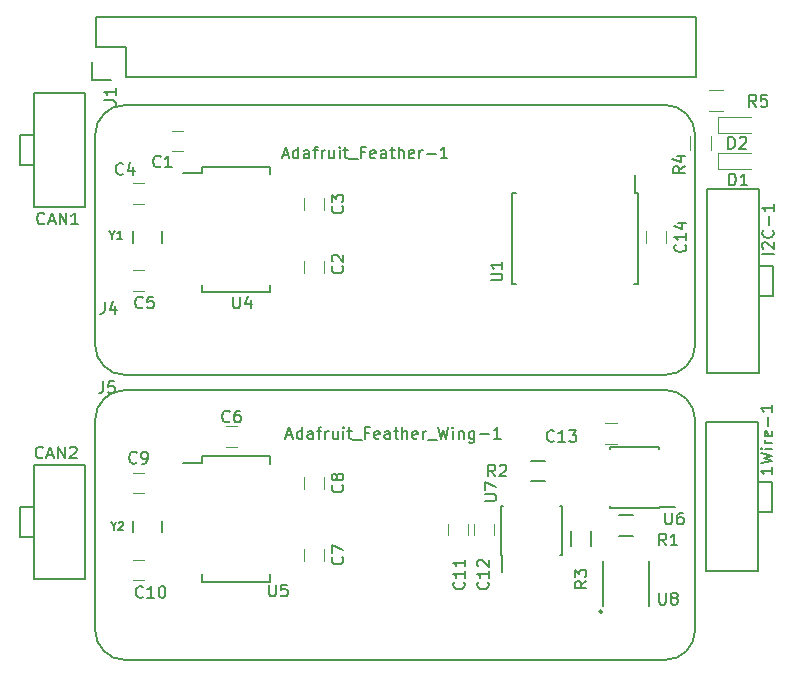
<source format=gto>
G04 #@! TF.GenerationSoftware,KiCad,Pcbnew,no-vcs-found-01f5a12~58~ubuntu16.04.1*
G04 #@! TF.CreationDate,2017-04-25T17:44:52-04:00*
G04 #@! TF.ProjectId,RPi_Hat,5250695F4861742E6B696361645F7063,rev?*
G04 #@! TF.FileFunction,Legend,Top*
G04 #@! TF.FilePolarity,Positive*
%FSLAX46Y46*%
G04 Gerber Fmt 4.6, Leading zero omitted, Abs format (unit mm)*
G04 Created by KiCad (PCBNEW no-vcs-found-01f5a12~58~ubuntu16.04.1) date Tue Apr 25 17:44:52 2017*
%MOMM*%
%LPD*%
G01*
G04 APERTURE LIST*
%ADD10C,0.100000*%
%ADD11C,0.150000*%
%ADD12C,0.120000*%
%ADD13C,0.200000*%
G04 APERTURE END LIST*
D10*
D11*
X150851291Y-100468105D02*
X150851291Y-100468105D01*
X152045091Y-100468105D02*
X150851291Y-100468105D01*
X152045091Y-103008105D02*
X152045091Y-100468105D01*
X150851291Y-103008105D02*
X152045091Y-103008105D01*
X146482492Y-108062705D02*
X146482492Y-108062705D01*
X150851291Y-108062705D02*
X146482492Y-108062705D01*
X150851291Y-95413505D02*
X150851291Y-108062705D01*
X146482492Y-95413505D02*
X150851291Y-95413505D01*
X146482492Y-108062705D02*
X146482492Y-95413505D01*
X150927490Y-82205504D02*
X150927490Y-82205504D01*
X152121290Y-82205504D02*
X150927490Y-82205504D01*
X152121290Y-84745504D02*
X152121290Y-82205504D01*
X150927490Y-84745504D02*
X152121290Y-84745504D01*
X150927490Y-83475504D02*
X150927490Y-84745504D01*
X146558691Y-91298704D02*
X146558691Y-91298704D01*
X150927490Y-91298704D02*
X146558691Y-91298704D01*
X150927490Y-75652304D02*
X150927490Y-91298704D01*
X146558691Y-75652304D02*
X150927490Y-75652304D01*
X146558691Y-91298704D02*
X146558691Y-75652304D01*
X89560400Y-105156000D02*
X89560400Y-105156000D01*
X88366600Y-105156000D02*
X89560400Y-105156000D01*
X88366600Y-103886000D02*
X88366600Y-105156000D01*
X88366600Y-102616000D02*
X88366600Y-103886000D01*
X89560400Y-102616000D02*
X88366600Y-102616000D01*
X93929199Y-99060000D02*
X93929199Y-99060000D01*
X89560400Y-99060000D02*
X93929199Y-99060000D01*
X89560400Y-108712000D02*
X89560400Y-99060000D01*
X93929199Y-108712000D02*
X89560400Y-108712000D01*
X93929199Y-108712000D02*
X93929199Y-108712000D01*
X93929199Y-108712000D02*
X93929199Y-108712000D01*
X93929199Y-99060000D02*
X93929199Y-108712000D01*
X89560400Y-73660000D02*
X89560400Y-73660000D01*
X88366600Y-73660000D02*
X89560400Y-73660000D01*
X88366600Y-72390000D02*
X88366600Y-73660000D01*
X88366600Y-71120000D02*
X88366600Y-72390000D01*
X89560400Y-71120000D02*
X88366600Y-71120000D01*
X93929199Y-67564000D02*
X93929199Y-67564000D01*
X89560400Y-67564000D02*
X93929199Y-67564000D01*
X89560400Y-77216000D02*
X89560400Y-67564000D01*
X93929199Y-77216000D02*
X89560400Y-77216000D01*
X93929199Y-77216000D02*
X93929199Y-77216000D01*
X93929199Y-77216000D02*
X93929199Y-77216000D01*
X93929199Y-67564000D02*
X93929199Y-77216000D01*
X103805000Y-98307000D02*
X103805000Y-98882000D01*
X109555000Y-98307000D02*
X109555000Y-98957000D01*
X109555000Y-108957000D02*
X109555000Y-108307000D01*
X103805000Y-108957000D02*
X103805000Y-108307000D01*
X103805000Y-98307000D02*
X109555000Y-98307000D01*
X103805000Y-108957000D02*
X109555000Y-108957000D01*
X103805000Y-98882000D02*
X102205000Y-98882000D01*
X142451000Y-102657000D02*
X143851000Y-102657000D01*
X142451000Y-97557000D02*
X138301000Y-97557000D01*
X142451000Y-102707000D02*
X138301000Y-102707000D01*
X142451000Y-97557000D02*
X142451000Y-97702000D01*
X138301000Y-97557000D02*
X138301000Y-97702000D01*
X138301000Y-102707000D02*
X138301000Y-102562000D01*
X142451000Y-102707000D02*
X142451000Y-102657000D01*
D12*
X137930000Y-97243000D02*
X138930000Y-97243000D01*
X138930000Y-95543000D02*
X137930000Y-95543000D01*
D11*
X94500800Y-66459200D02*
X96050800Y-66459200D01*
X97320800Y-63639200D02*
X97320800Y-66179200D01*
X94780800Y-63639200D02*
X97320800Y-63639200D01*
X94500800Y-64909200D02*
X94500800Y-66459200D01*
X94780800Y-61099200D02*
X94780800Y-63639200D01*
X145580800Y-61099200D02*
X145580800Y-66179200D01*
X97320800Y-66179200D02*
X145580800Y-66179200D01*
X145580800Y-61099200D02*
X94780800Y-61099200D01*
X145542000Y-71120000D02*
G75*
G03X143002000Y-68580000I-2540000J0D01*
G01*
X143002000Y-91440000D02*
G75*
G03X145542000Y-88900000I0J2540000D01*
G01*
X97282000Y-68580000D02*
G75*
G03X94742000Y-71120000I0J-2540000D01*
G01*
X94742000Y-88900000D02*
G75*
G03X97282000Y-91440000I2540000J0D01*
G01*
X97282000Y-68580000D02*
X143002000Y-68580000D01*
X145542000Y-71120000D02*
X145542000Y-88900000D01*
X143002000Y-91440000D02*
X97282000Y-91440000D01*
X94742000Y-88900000D02*
X94742000Y-71120000D01*
X94742000Y-113030000D02*
X94742000Y-95250000D01*
X143002000Y-115570000D02*
X97282000Y-115570000D01*
X145542000Y-95250000D02*
X145542000Y-113030000D01*
X97282000Y-92710000D02*
X143002000Y-92710000D01*
X94742000Y-113030000D02*
G75*
G03X97282000Y-115570000I2540000J0D01*
G01*
X97282000Y-92710000D02*
G75*
G03X94742000Y-95250000I0J-2540000D01*
G01*
X143002000Y-115570000D02*
G75*
G03X145542000Y-113030000I0J2540000D01*
G01*
X145542000Y-95250000D02*
G75*
G03X143002000Y-92710000I-2540000J0D01*
G01*
X103805000Y-74371000D02*
X102205000Y-74371000D01*
X103805000Y-84446000D02*
X109555000Y-84446000D01*
X103805000Y-73796000D02*
X109555000Y-73796000D01*
X103805000Y-84446000D02*
X103805000Y-83796000D01*
X109555000Y-84446000D02*
X109555000Y-83796000D01*
X109555000Y-73796000D02*
X109555000Y-74446000D01*
X103805000Y-73796000D02*
X103805000Y-74371000D01*
D12*
X102227000Y-70778000D02*
X101227000Y-70778000D01*
X101227000Y-72478000D02*
X102227000Y-72478000D01*
X112434000Y-81796000D02*
X112434000Y-82796000D01*
X114134000Y-82796000D02*
X114134000Y-81796000D01*
X112434000Y-76462000D02*
X112434000Y-77462000D01*
X114134000Y-77462000D02*
X114134000Y-76462000D01*
X98925000Y-75223000D02*
X97925000Y-75223000D01*
X97925000Y-76923000D02*
X98925000Y-76923000D01*
X97925000Y-84289000D02*
X98925000Y-84289000D01*
X98925000Y-82589000D02*
X97925000Y-82589000D01*
X105799000Y-97497000D02*
X106799000Y-97497000D01*
X106799000Y-95797000D02*
X105799000Y-95797000D01*
X114134000Y-107180000D02*
X114134000Y-106180000D01*
X112434000Y-106180000D02*
X112434000Y-107180000D01*
X114134000Y-101084000D02*
X114134000Y-100084000D01*
X112434000Y-100084000D02*
X112434000Y-101084000D01*
X98925000Y-99734000D02*
X97925000Y-99734000D01*
X97925000Y-101434000D02*
X98925000Y-101434000D01*
X97925000Y-108800000D02*
X98925000Y-108800000D01*
X98925000Y-107100000D02*
X97925000Y-107100000D01*
X126326000Y-105021000D02*
X126326000Y-104021000D01*
X124626000Y-104021000D02*
X124626000Y-105021000D01*
X126785000Y-104021000D02*
X126785000Y-105021000D01*
X128485000Y-105021000D02*
X128485000Y-104021000D01*
D11*
X140300000Y-105078500D02*
X139100000Y-105078500D01*
X139100000Y-103328500D02*
X140300000Y-103328500D01*
X129124000Y-106723000D02*
X129174000Y-106723000D01*
X129124000Y-102573000D02*
X129269000Y-102573000D01*
X134274000Y-102573000D02*
X134129000Y-102573000D01*
X134274000Y-106723000D02*
X134129000Y-106723000D01*
X129124000Y-106723000D02*
X129124000Y-102573000D01*
X134274000Y-106723000D02*
X134274000Y-102573000D01*
X129174000Y-106723000D02*
X129174000Y-108123000D01*
D13*
X100387000Y-79256000D02*
X100387000Y-80256000D01*
X97987000Y-80256000D02*
X97987000Y-79256000D01*
X97987000Y-104767000D02*
X97987000Y-103767000D01*
X100387000Y-103767000D02*
X100387000Y-104767000D01*
D12*
X143090000Y-80256000D02*
X143090000Y-79256000D01*
X141390000Y-79256000D02*
X141390000Y-80256000D01*
D11*
X132807000Y-100443000D02*
X131607000Y-100443000D01*
X131607000Y-98693000D02*
X132807000Y-98693000D01*
X135015000Y-105883000D02*
X135015000Y-104683000D01*
X136765000Y-104683000D02*
X136765000Y-105883000D01*
X137550000Y-111543000D02*
X137550000Y-111443000D01*
X137620711Y-111493000D02*
G75*
G03X137620711Y-111493000I-70711J0D01*
G01*
D13*
X137700000Y-111493000D02*
G75*
G03X137700000Y-111493000I-141421J0D01*
G01*
D11*
X141670000Y-110973000D02*
X141670000Y-107213000D01*
X137730000Y-110973000D02*
X137730000Y-107213000D01*
X140432000Y-76008000D02*
X140432000Y-74483000D01*
X130057000Y-76008000D02*
X130057000Y-83758000D01*
X140707000Y-76008000D02*
X140707000Y-83758000D01*
X130057000Y-76008000D02*
X130412000Y-76008000D01*
X130057000Y-83758000D02*
X130412000Y-83758000D01*
X140707000Y-83758000D02*
X140352000Y-83758000D01*
X140707000Y-76008000D02*
X140432000Y-76008000D01*
D12*
X147488500Y-72642500D02*
X150288500Y-72642500D01*
X147488500Y-74042500D02*
X150288500Y-74042500D01*
X147488500Y-72642500D02*
X147488500Y-74042500D01*
X147488500Y-69594500D02*
X147488500Y-70994500D01*
X147488500Y-70994500D02*
X150288500Y-70994500D01*
X147488500Y-69594500D02*
X150288500Y-69594500D01*
X145106500Y-72418500D02*
X145106500Y-71218500D01*
X146866500Y-71218500D02*
X146866500Y-72418500D01*
X146741600Y-67319000D02*
X147941600Y-67319000D01*
X147941600Y-69079000D02*
X146741600Y-69079000D01*
D11*
X152090380Y-99258142D02*
X152090380Y-99829571D01*
X152090380Y-99543857D02*
X151090380Y-99543857D01*
X151233238Y-99639095D01*
X151328476Y-99734333D01*
X151376095Y-99829571D01*
X151090380Y-98924809D02*
X152090380Y-98686714D01*
X151376095Y-98496238D01*
X152090380Y-98305761D01*
X151090380Y-98067666D01*
X152090380Y-97686714D02*
X151423714Y-97686714D01*
X151090380Y-97686714D02*
X151138000Y-97734333D01*
X151185619Y-97686714D01*
X151138000Y-97639095D01*
X151090380Y-97686714D01*
X151185619Y-97686714D01*
X152090380Y-97210523D02*
X151423714Y-97210523D01*
X151614190Y-97210523D02*
X151518952Y-97162904D01*
X151471333Y-97115285D01*
X151423714Y-97020047D01*
X151423714Y-96924809D01*
X152042761Y-96210523D02*
X152090380Y-96305761D01*
X152090380Y-96496238D01*
X152042761Y-96591476D01*
X151947523Y-96639095D01*
X151566571Y-96639095D01*
X151471333Y-96591476D01*
X151423714Y-96496238D01*
X151423714Y-96305761D01*
X151471333Y-96210523D01*
X151566571Y-96162904D01*
X151661809Y-96162904D01*
X151757047Y-96639095D01*
X151709428Y-95734333D02*
X151709428Y-94972428D01*
X152090380Y-93972428D02*
X152090380Y-94543857D01*
X152090380Y-94258142D02*
X151090380Y-94258142D01*
X151233238Y-94353380D01*
X151328476Y-94448619D01*
X151376095Y-94543857D01*
X152217380Y-81192428D02*
X151217380Y-81192428D01*
X151312619Y-80763857D02*
X151265000Y-80716238D01*
X151217380Y-80621000D01*
X151217380Y-80382904D01*
X151265000Y-80287666D01*
X151312619Y-80240047D01*
X151407857Y-80192428D01*
X151503095Y-80192428D01*
X151645952Y-80240047D01*
X152217380Y-80811476D01*
X152217380Y-80192428D01*
X152122142Y-79192428D02*
X152169761Y-79240047D01*
X152217380Y-79382904D01*
X152217380Y-79478142D01*
X152169761Y-79621000D01*
X152074523Y-79716238D01*
X151979285Y-79763857D01*
X151788809Y-79811476D01*
X151645952Y-79811476D01*
X151455476Y-79763857D01*
X151360238Y-79716238D01*
X151265000Y-79621000D01*
X151217380Y-79478142D01*
X151217380Y-79382904D01*
X151265000Y-79240047D01*
X151312619Y-79192428D01*
X151836428Y-78763857D02*
X151836428Y-78001952D01*
X152217380Y-77001952D02*
X152217380Y-77573380D01*
X152217380Y-77287666D02*
X151217380Y-77287666D01*
X151360238Y-77382904D01*
X151455476Y-77478142D01*
X151503095Y-77573380D01*
X90320952Y-98401142D02*
X90273333Y-98448761D01*
X90130476Y-98496380D01*
X90035238Y-98496380D01*
X89892380Y-98448761D01*
X89797142Y-98353523D01*
X89749523Y-98258285D01*
X89701904Y-98067809D01*
X89701904Y-97924952D01*
X89749523Y-97734476D01*
X89797142Y-97639238D01*
X89892380Y-97544000D01*
X90035238Y-97496380D01*
X90130476Y-97496380D01*
X90273333Y-97544000D01*
X90320952Y-97591619D01*
X90701904Y-98210666D02*
X91178095Y-98210666D01*
X90606666Y-98496380D02*
X90940000Y-97496380D01*
X91273333Y-98496380D01*
X91606666Y-98496380D02*
X91606666Y-97496380D01*
X92178095Y-98496380D01*
X92178095Y-97496380D01*
X92606666Y-97591619D02*
X92654285Y-97544000D01*
X92749523Y-97496380D01*
X92987619Y-97496380D01*
X93082857Y-97544000D01*
X93130476Y-97591619D01*
X93178095Y-97686857D01*
X93178095Y-97782095D01*
X93130476Y-97924952D01*
X92559047Y-98496380D01*
X93178095Y-98496380D01*
X90447952Y-78589142D02*
X90400333Y-78636761D01*
X90257476Y-78684380D01*
X90162238Y-78684380D01*
X90019380Y-78636761D01*
X89924142Y-78541523D01*
X89876523Y-78446285D01*
X89828904Y-78255809D01*
X89828904Y-78112952D01*
X89876523Y-77922476D01*
X89924142Y-77827238D01*
X90019380Y-77732000D01*
X90162238Y-77684380D01*
X90257476Y-77684380D01*
X90400333Y-77732000D01*
X90447952Y-77779619D01*
X90828904Y-78398666D02*
X91305095Y-78398666D01*
X90733666Y-78684380D02*
X91067000Y-77684380D01*
X91400333Y-78684380D01*
X91733666Y-78684380D02*
X91733666Y-77684380D01*
X92305095Y-78684380D01*
X92305095Y-77684380D01*
X93305095Y-78684380D02*
X92733666Y-78684380D01*
X93019380Y-78684380D02*
X93019380Y-77684380D01*
X92924142Y-77827238D01*
X92828904Y-77922476D01*
X92733666Y-77970095D01*
X109474095Y-109180380D02*
X109474095Y-109989904D01*
X109521714Y-110085142D01*
X109569333Y-110132761D01*
X109664571Y-110180380D01*
X109855047Y-110180380D01*
X109950285Y-110132761D01*
X109997904Y-110085142D01*
X110045523Y-109989904D01*
X110045523Y-109180380D01*
X110997904Y-109180380D02*
X110521714Y-109180380D01*
X110474095Y-109656571D01*
X110521714Y-109608952D01*
X110616952Y-109561333D01*
X110855047Y-109561333D01*
X110950285Y-109608952D01*
X110997904Y-109656571D01*
X111045523Y-109751809D01*
X111045523Y-109989904D01*
X110997904Y-110085142D01*
X110950285Y-110132761D01*
X110855047Y-110180380D01*
X110616952Y-110180380D01*
X110521714Y-110132761D01*
X110474095Y-110085142D01*
X143002095Y-103084380D02*
X143002095Y-103893904D01*
X143049714Y-103989142D01*
X143097333Y-104036761D01*
X143192571Y-104084380D01*
X143383047Y-104084380D01*
X143478285Y-104036761D01*
X143525904Y-103989142D01*
X143573523Y-103893904D01*
X143573523Y-103084380D01*
X144478285Y-103084380D02*
X144287809Y-103084380D01*
X144192571Y-103132000D01*
X144144952Y-103179619D01*
X144049714Y-103322476D01*
X144002095Y-103512952D01*
X144002095Y-103893904D01*
X144049714Y-103989142D01*
X144097333Y-104036761D01*
X144192571Y-104084380D01*
X144383047Y-104084380D01*
X144478285Y-104036761D01*
X144525904Y-103989142D01*
X144573523Y-103893904D01*
X144573523Y-103655809D01*
X144525904Y-103560571D01*
X144478285Y-103512952D01*
X144383047Y-103465333D01*
X144192571Y-103465333D01*
X144097333Y-103512952D01*
X144049714Y-103560571D01*
X144002095Y-103655809D01*
X133596142Y-97004142D02*
X133548523Y-97051761D01*
X133405666Y-97099380D01*
X133310428Y-97099380D01*
X133167571Y-97051761D01*
X133072333Y-96956523D01*
X133024714Y-96861285D01*
X132977095Y-96670809D01*
X132977095Y-96527952D01*
X133024714Y-96337476D01*
X133072333Y-96242238D01*
X133167571Y-96147000D01*
X133310428Y-96099380D01*
X133405666Y-96099380D01*
X133548523Y-96147000D01*
X133596142Y-96194619D01*
X134548523Y-97099380D02*
X133977095Y-97099380D01*
X134262809Y-97099380D02*
X134262809Y-96099380D01*
X134167571Y-96242238D01*
X134072333Y-96337476D01*
X133977095Y-96385095D01*
X134881857Y-96099380D02*
X135500904Y-96099380D01*
X135167571Y-96480333D01*
X135310428Y-96480333D01*
X135405666Y-96527952D01*
X135453285Y-96575571D01*
X135500904Y-96670809D01*
X135500904Y-96908904D01*
X135453285Y-97004142D01*
X135405666Y-97051761D01*
X135310428Y-97099380D01*
X135024714Y-97099380D01*
X134929476Y-97051761D01*
X134881857Y-97004142D01*
X95503180Y-68163533D02*
X96217466Y-68163533D01*
X96360323Y-68211152D01*
X96455561Y-68306390D01*
X96503180Y-68449247D01*
X96503180Y-68544485D01*
X96503180Y-67163533D02*
X96503180Y-67734961D01*
X96503180Y-67449247D02*
X95503180Y-67449247D01*
X95646038Y-67544485D01*
X95741276Y-67639723D01*
X95788895Y-67734961D01*
X110625809Y-72810666D02*
X111102000Y-72810666D01*
X110530571Y-73096380D02*
X110863904Y-72096380D01*
X111197238Y-73096380D01*
X111959142Y-73096380D02*
X111959142Y-72096380D01*
X111959142Y-73048761D02*
X111863904Y-73096380D01*
X111673428Y-73096380D01*
X111578190Y-73048761D01*
X111530571Y-73001142D01*
X111482952Y-72905904D01*
X111482952Y-72620190D01*
X111530571Y-72524952D01*
X111578190Y-72477333D01*
X111673428Y-72429714D01*
X111863904Y-72429714D01*
X111959142Y-72477333D01*
X112863904Y-73096380D02*
X112863904Y-72572571D01*
X112816285Y-72477333D01*
X112721047Y-72429714D01*
X112530571Y-72429714D01*
X112435333Y-72477333D01*
X112863904Y-73048761D02*
X112768666Y-73096380D01*
X112530571Y-73096380D01*
X112435333Y-73048761D01*
X112387714Y-72953523D01*
X112387714Y-72858285D01*
X112435333Y-72763047D01*
X112530571Y-72715428D01*
X112768666Y-72715428D01*
X112863904Y-72667809D01*
X113197238Y-72429714D02*
X113578190Y-72429714D01*
X113340095Y-73096380D02*
X113340095Y-72239238D01*
X113387714Y-72144000D01*
X113482952Y-72096380D01*
X113578190Y-72096380D01*
X113911523Y-73096380D02*
X113911523Y-72429714D01*
X113911523Y-72620190D02*
X113959142Y-72524952D01*
X114006761Y-72477333D01*
X114102000Y-72429714D01*
X114197238Y-72429714D01*
X114959142Y-72429714D02*
X114959142Y-73096380D01*
X114530571Y-72429714D02*
X114530571Y-72953523D01*
X114578190Y-73048761D01*
X114673428Y-73096380D01*
X114816285Y-73096380D01*
X114911523Y-73048761D01*
X114959142Y-73001142D01*
X115435333Y-73096380D02*
X115435333Y-72429714D01*
X115435333Y-72096380D02*
X115387714Y-72144000D01*
X115435333Y-72191619D01*
X115482952Y-72144000D01*
X115435333Y-72096380D01*
X115435333Y-72191619D01*
X115768666Y-72429714D02*
X116149619Y-72429714D01*
X115911523Y-72096380D02*
X115911523Y-72953523D01*
X115959142Y-73048761D01*
X116054380Y-73096380D01*
X116149619Y-73096380D01*
X116244857Y-73191619D02*
X117006761Y-73191619D01*
X117578190Y-72572571D02*
X117244857Y-72572571D01*
X117244857Y-73096380D02*
X117244857Y-72096380D01*
X117721047Y-72096380D01*
X118482952Y-73048761D02*
X118387714Y-73096380D01*
X118197238Y-73096380D01*
X118102000Y-73048761D01*
X118054380Y-72953523D01*
X118054380Y-72572571D01*
X118102000Y-72477333D01*
X118197238Y-72429714D01*
X118387714Y-72429714D01*
X118482952Y-72477333D01*
X118530571Y-72572571D01*
X118530571Y-72667809D01*
X118054380Y-72763047D01*
X119387714Y-73096380D02*
X119387714Y-72572571D01*
X119340095Y-72477333D01*
X119244857Y-72429714D01*
X119054380Y-72429714D01*
X118959142Y-72477333D01*
X119387714Y-73048761D02*
X119292476Y-73096380D01*
X119054380Y-73096380D01*
X118959142Y-73048761D01*
X118911523Y-72953523D01*
X118911523Y-72858285D01*
X118959142Y-72763047D01*
X119054380Y-72715428D01*
X119292476Y-72715428D01*
X119387714Y-72667809D01*
X119721047Y-72429714D02*
X120102000Y-72429714D01*
X119863904Y-72096380D02*
X119863904Y-72953523D01*
X119911523Y-73048761D01*
X120006761Y-73096380D01*
X120102000Y-73096380D01*
X120435333Y-73096380D02*
X120435333Y-72096380D01*
X120863904Y-73096380D02*
X120863904Y-72572571D01*
X120816285Y-72477333D01*
X120721047Y-72429714D01*
X120578190Y-72429714D01*
X120482952Y-72477333D01*
X120435333Y-72524952D01*
X121721047Y-73048761D02*
X121625809Y-73096380D01*
X121435333Y-73096380D01*
X121340095Y-73048761D01*
X121292476Y-72953523D01*
X121292476Y-72572571D01*
X121340095Y-72477333D01*
X121435333Y-72429714D01*
X121625809Y-72429714D01*
X121721047Y-72477333D01*
X121768666Y-72572571D01*
X121768666Y-72667809D01*
X121292476Y-72763047D01*
X122197238Y-73096380D02*
X122197238Y-72429714D01*
X122197238Y-72620190D02*
X122244857Y-72524952D01*
X122292476Y-72477333D01*
X122387714Y-72429714D01*
X122482952Y-72429714D01*
X122816285Y-72715428D02*
X123578190Y-72715428D01*
X124578190Y-73096380D02*
X124006761Y-73096380D01*
X124292476Y-73096380D02*
X124292476Y-72096380D01*
X124197238Y-72239238D01*
X124102000Y-72334476D01*
X124006761Y-72382095D01*
X110943571Y-96559666D02*
X111419761Y-96559666D01*
X110848333Y-96845380D02*
X111181666Y-95845380D01*
X111515000Y-96845380D01*
X112276904Y-96845380D02*
X112276904Y-95845380D01*
X112276904Y-96797761D02*
X112181666Y-96845380D01*
X111991190Y-96845380D01*
X111895952Y-96797761D01*
X111848333Y-96750142D01*
X111800714Y-96654904D01*
X111800714Y-96369190D01*
X111848333Y-96273952D01*
X111895952Y-96226333D01*
X111991190Y-96178714D01*
X112181666Y-96178714D01*
X112276904Y-96226333D01*
X113181666Y-96845380D02*
X113181666Y-96321571D01*
X113134047Y-96226333D01*
X113038809Y-96178714D01*
X112848333Y-96178714D01*
X112753095Y-96226333D01*
X113181666Y-96797761D02*
X113086428Y-96845380D01*
X112848333Y-96845380D01*
X112753095Y-96797761D01*
X112705476Y-96702523D01*
X112705476Y-96607285D01*
X112753095Y-96512047D01*
X112848333Y-96464428D01*
X113086428Y-96464428D01*
X113181666Y-96416809D01*
X113515000Y-96178714D02*
X113895952Y-96178714D01*
X113657857Y-96845380D02*
X113657857Y-95988238D01*
X113705476Y-95893000D01*
X113800714Y-95845380D01*
X113895952Y-95845380D01*
X114229285Y-96845380D02*
X114229285Y-96178714D01*
X114229285Y-96369190D02*
X114276904Y-96273952D01*
X114324523Y-96226333D01*
X114419761Y-96178714D01*
X114515000Y-96178714D01*
X115276904Y-96178714D02*
X115276904Y-96845380D01*
X114848333Y-96178714D02*
X114848333Y-96702523D01*
X114895952Y-96797761D01*
X114991190Y-96845380D01*
X115134047Y-96845380D01*
X115229285Y-96797761D01*
X115276904Y-96750142D01*
X115753095Y-96845380D02*
X115753095Y-96178714D01*
X115753095Y-95845380D02*
X115705476Y-95893000D01*
X115753095Y-95940619D01*
X115800714Y-95893000D01*
X115753095Y-95845380D01*
X115753095Y-95940619D01*
X116086428Y-96178714D02*
X116467380Y-96178714D01*
X116229285Y-95845380D02*
X116229285Y-96702523D01*
X116276904Y-96797761D01*
X116372142Y-96845380D01*
X116467380Y-96845380D01*
X116562619Y-96940619D02*
X117324523Y-96940619D01*
X117895952Y-96321571D02*
X117562619Y-96321571D01*
X117562619Y-96845380D02*
X117562619Y-95845380D01*
X118038809Y-95845380D01*
X118800714Y-96797761D02*
X118705476Y-96845380D01*
X118515000Y-96845380D01*
X118419761Y-96797761D01*
X118372142Y-96702523D01*
X118372142Y-96321571D01*
X118419761Y-96226333D01*
X118515000Y-96178714D01*
X118705476Y-96178714D01*
X118800714Y-96226333D01*
X118848333Y-96321571D01*
X118848333Y-96416809D01*
X118372142Y-96512047D01*
X119705476Y-96845380D02*
X119705476Y-96321571D01*
X119657857Y-96226333D01*
X119562619Y-96178714D01*
X119372142Y-96178714D01*
X119276904Y-96226333D01*
X119705476Y-96797761D02*
X119610238Y-96845380D01*
X119372142Y-96845380D01*
X119276904Y-96797761D01*
X119229285Y-96702523D01*
X119229285Y-96607285D01*
X119276904Y-96512047D01*
X119372142Y-96464428D01*
X119610238Y-96464428D01*
X119705476Y-96416809D01*
X120038809Y-96178714D02*
X120419761Y-96178714D01*
X120181666Y-95845380D02*
X120181666Y-96702523D01*
X120229285Y-96797761D01*
X120324523Y-96845380D01*
X120419761Y-96845380D01*
X120753095Y-96845380D02*
X120753095Y-95845380D01*
X121181666Y-96845380D02*
X121181666Y-96321571D01*
X121134047Y-96226333D01*
X121038809Y-96178714D01*
X120895952Y-96178714D01*
X120800714Y-96226333D01*
X120753095Y-96273952D01*
X122038809Y-96797761D02*
X121943571Y-96845380D01*
X121753095Y-96845380D01*
X121657857Y-96797761D01*
X121610238Y-96702523D01*
X121610238Y-96321571D01*
X121657857Y-96226333D01*
X121753095Y-96178714D01*
X121943571Y-96178714D01*
X122038809Y-96226333D01*
X122086428Y-96321571D01*
X122086428Y-96416809D01*
X121610238Y-96512047D01*
X122515000Y-96845380D02*
X122515000Y-96178714D01*
X122515000Y-96369190D02*
X122562619Y-96273952D01*
X122610238Y-96226333D01*
X122705476Y-96178714D01*
X122800714Y-96178714D01*
X122895952Y-96940619D02*
X123657857Y-96940619D01*
X123800714Y-95845380D02*
X124038809Y-96845380D01*
X124229285Y-96131095D01*
X124419761Y-96845380D01*
X124657857Y-95845380D01*
X125038809Y-96845380D02*
X125038809Y-96178714D01*
X125038809Y-95845380D02*
X124991190Y-95893000D01*
X125038809Y-95940619D01*
X125086428Y-95893000D01*
X125038809Y-95845380D01*
X125038809Y-95940619D01*
X125515000Y-96178714D02*
X125515000Y-96845380D01*
X125515000Y-96273952D02*
X125562619Y-96226333D01*
X125657857Y-96178714D01*
X125800714Y-96178714D01*
X125895952Y-96226333D01*
X125943571Y-96321571D01*
X125943571Y-96845380D01*
X126848333Y-96178714D02*
X126848333Y-96988238D01*
X126800714Y-97083476D01*
X126753095Y-97131095D01*
X126657857Y-97178714D01*
X126515000Y-97178714D01*
X126419761Y-97131095D01*
X126848333Y-96797761D02*
X126753095Y-96845380D01*
X126562619Y-96845380D01*
X126467380Y-96797761D01*
X126419761Y-96750142D01*
X126372142Y-96654904D01*
X126372142Y-96369190D01*
X126419761Y-96273952D01*
X126467380Y-96226333D01*
X126562619Y-96178714D01*
X126753095Y-96178714D01*
X126848333Y-96226333D01*
X127324523Y-96464428D02*
X128086428Y-96464428D01*
X129086428Y-96845380D02*
X128515000Y-96845380D01*
X128800714Y-96845380D02*
X128800714Y-95845380D01*
X128705476Y-95988238D01*
X128610238Y-96083476D01*
X128515000Y-96131095D01*
X106426095Y-84796380D02*
X106426095Y-85605904D01*
X106473714Y-85701142D01*
X106521333Y-85748761D01*
X106616571Y-85796380D01*
X106807047Y-85796380D01*
X106902285Y-85748761D01*
X106949904Y-85701142D01*
X106997523Y-85605904D01*
X106997523Y-84796380D01*
X107902285Y-85129714D02*
X107902285Y-85796380D01*
X107664190Y-84748761D02*
X107426095Y-85463047D01*
X108045142Y-85463047D01*
X100290333Y-73763142D02*
X100242714Y-73810761D01*
X100099857Y-73858380D01*
X100004619Y-73858380D01*
X99861761Y-73810761D01*
X99766523Y-73715523D01*
X99718904Y-73620285D01*
X99671285Y-73429809D01*
X99671285Y-73286952D01*
X99718904Y-73096476D01*
X99766523Y-73001238D01*
X99861761Y-72906000D01*
X100004619Y-72858380D01*
X100099857Y-72858380D01*
X100242714Y-72906000D01*
X100290333Y-72953619D01*
X101242714Y-73858380D02*
X100671285Y-73858380D01*
X100957000Y-73858380D02*
X100957000Y-72858380D01*
X100861761Y-73001238D01*
X100766523Y-73096476D01*
X100671285Y-73144095D01*
X115673142Y-82208666D02*
X115720761Y-82256285D01*
X115768380Y-82399142D01*
X115768380Y-82494380D01*
X115720761Y-82637238D01*
X115625523Y-82732476D01*
X115530285Y-82780095D01*
X115339809Y-82827714D01*
X115196952Y-82827714D01*
X115006476Y-82780095D01*
X114911238Y-82732476D01*
X114816000Y-82637238D01*
X114768380Y-82494380D01*
X114768380Y-82399142D01*
X114816000Y-82256285D01*
X114863619Y-82208666D01*
X114863619Y-81827714D02*
X114816000Y-81780095D01*
X114768380Y-81684857D01*
X114768380Y-81446761D01*
X114816000Y-81351523D01*
X114863619Y-81303904D01*
X114958857Y-81256285D01*
X115054095Y-81256285D01*
X115196952Y-81303904D01*
X115768380Y-81875333D01*
X115768380Y-81256285D01*
X115673142Y-77128666D02*
X115720761Y-77176285D01*
X115768380Y-77319142D01*
X115768380Y-77414380D01*
X115720761Y-77557238D01*
X115625523Y-77652476D01*
X115530285Y-77700095D01*
X115339809Y-77747714D01*
X115196952Y-77747714D01*
X115006476Y-77700095D01*
X114911238Y-77652476D01*
X114816000Y-77557238D01*
X114768380Y-77414380D01*
X114768380Y-77319142D01*
X114816000Y-77176285D01*
X114863619Y-77128666D01*
X114768380Y-76795333D02*
X114768380Y-76176285D01*
X115149333Y-76509619D01*
X115149333Y-76366761D01*
X115196952Y-76271523D01*
X115244571Y-76223904D01*
X115339809Y-76176285D01*
X115577904Y-76176285D01*
X115673142Y-76223904D01*
X115720761Y-76271523D01*
X115768380Y-76366761D01*
X115768380Y-76652476D01*
X115720761Y-76747714D01*
X115673142Y-76795333D01*
X97115333Y-74398142D02*
X97067714Y-74445761D01*
X96924857Y-74493380D01*
X96829619Y-74493380D01*
X96686761Y-74445761D01*
X96591523Y-74350523D01*
X96543904Y-74255285D01*
X96496285Y-74064809D01*
X96496285Y-73921952D01*
X96543904Y-73731476D01*
X96591523Y-73636238D01*
X96686761Y-73541000D01*
X96829619Y-73493380D01*
X96924857Y-73493380D01*
X97067714Y-73541000D01*
X97115333Y-73588619D01*
X97972476Y-73826714D02*
X97972476Y-74493380D01*
X97734380Y-73445761D02*
X97496285Y-74160047D01*
X98115333Y-74160047D01*
X98766333Y-85701142D02*
X98718714Y-85748761D01*
X98575857Y-85796380D01*
X98480619Y-85796380D01*
X98337761Y-85748761D01*
X98242523Y-85653523D01*
X98194904Y-85558285D01*
X98147285Y-85367809D01*
X98147285Y-85224952D01*
X98194904Y-85034476D01*
X98242523Y-84939238D01*
X98337761Y-84844000D01*
X98480619Y-84796380D01*
X98575857Y-84796380D01*
X98718714Y-84844000D01*
X98766333Y-84891619D01*
X99671095Y-84796380D02*
X99194904Y-84796380D01*
X99147285Y-85272571D01*
X99194904Y-85224952D01*
X99290142Y-85177333D01*
X99528238Y-85177333D01*
X99623476Y-85224952D01*
X99671095Y-85272571D01*
X99718714Y-85367809D01*
X99718714Y-85605904D01*
X99671095Y-85701142D01*
X99623476Y-85748761D01*
X99528238Y-85796380D01*
X99290142Y-85796380D01*
X99194904Y-85748761D01*
X99147285Y-85701142D01*
X106132333Y-95353142D02*
X106084714Y-95400761D01*
X105941857Y-95448380D01*
X105846619Y-95448380D01*
X105703761Y-95400761D01*
X105608523Y-95305523D01*
X105560904Y-95210285D01*
X105513285Y-95019809D01*
X105513285Y-94876952D01*
X105560904Y-94686476D01*
X105608523Y-94591238D01*
X105703761Y-94496000D01*
X105846619Y-94448380D01*
X105941857Y-94448380D01*
X106084714Y-94496000D01*
X106132333Y-94543619D01*
X106989476Y-94448380D02*
X106799000Y-94448380D01*
X106703761Y-94496000D01*
X106656142Y-94543619D01*
X106560904Y-94686476D01*
X106513285Y-94876952D01*
X106513285Y-95257904D01*
X106560904Y-95353142D01*
X106608523Y-95400761D01*
X106703761Y-95448380D01*
X106894238Y-95448380D01*
X106989476Y-95400761D01*
X107037095Y-95353142D01*
X107084714Y-95257904D01*
X107084714Y-95019809D01*
X107037095Y-94924571D01*
X106989476Y-94876952D01*
X106894238Y-94829333D01*
X106703761Y-94829333D01*
X106608523Y-94876952D01*
X106560904Y-94924571D01*
X106513285Y-95019809D01*
X115673142Y-106846666D02*
X115720761Y-106894285D01*
X115768380Y-107037142D01*
X115768380Y-107132380D01*
X115720761Y-107275238D01*
X115625523Y-107370476D01*
X115530285Y-107418095D01*
X115339809Y-107465714D01*
X115196952Y-107465714D01*
X115006476Y-107418095D01*
X114911238Y-107370476D01*
X114816000Y-107275238D01*
X114768380Y-107132380D01*
X114768380Y-107037142D01*
X114816000Y-106894285D01*
X114863619Y-106846666D01*
X114768380Y-106513333D02*
X114768380Y-105846666D01*
X115768380Y-106275238D01*
X115673142Y-100750666D02*
X115720761Y-100798285D01*
X115768380Y-100941142D01*
X115768380Y-101036380D01*
X115720761Y-101179238D01*
X115625523Y-101274476D01*
X115530285Y-101322095D01*
X115339809Y-101369714D01*
X115196952Y-101369714D01*
X115006476Y-101322095D01*
X114911238Y-101274476D01*
X114816000Y-101179238D01*
X114768380Y-101036380D01*
X114768380Y-100941142D01*
X114816000Y-100798285D01*
X114863619Y-100750666D01*
X115196952Y-100179238D02*
X115149333Y-100274476D01*
X115101714Y-100322095D01*
X115006476Y-100369714D01*
X114958857Y-100369714D01*
X114863619Y-100322095D01*
X114816000Y-100274476D01*
X114768380Y-100179238D01*
X114768380Y-99988761D01*
X114816000Y-99893523D01*
X114863619Y-99845904D01*
X114958857Y-99798285D01*
X115006476Y-99798285D01*
X115101714Y-99845904D01*
X115149333Y-99893523D01*
X115196952Y-99988761D01*
X115196952Y-100179238D01*
X115244571Y-100274476D01*
X115292190Y-100322095D01*
X115387428Y-100369714D01*
X115577904Y-100369714D01*
X115673142Y-100322095D01*
X115720761Y-100274476D01*
X115768380Y-100179238D01*
X115768380Y-99988761D01*
X115720761Y-99893523D01*
X115673142Y-99845904D01*
X115577904Y-99798285D01*
X115387428Y-99798285D01*
X115292190Y-99845904D01*
X115244571Y-99893523D01*
X115196952Y-99988761D01*
X98258333Y-98841142D02*
X98210714Y-98888761D01*
X98067857Y-98936380D01*
X97972619Y-98936380D01*
X97829761Y-98888761D01*
X97734523Y-98793523D01*
X97686904Y-98698285D01*
X97639285Y-98507809D01*
X97639285Y-98364952D01*
X97686904Y-98174476D01*
X97734523Y-98079238D01*
X97829761Y-97984000D01*
X97972619Y-97936380D01*
X98067857Y-97936380D01*
X98210714Y-97984000D01*
X98258333Y-98031619D01*
X98734523Y-98936380D02*
X98925000Y-98936380D01*
X99020238Y-98888761D01*
X99067857Y-98841142D01*
X99163095Y-98698285D01*
X99210714Y-98507809D01*
X99210714Y-98126857D01*
X99163095Y-98031619D01*
X99115476Y-97984000D01*
X99020238Y-97936380D01*
X98829761Y-97936380D01*
X98734523Y-97984000D01*
X98686904Y-98031619D01*
X98639285Y-98126857D01*
X98639285Y-98364952D01*
X98686904Y-98460190D01*
X98734523Y-98507809D01*
X98829761Y-98555428D01*
X99020238Y-98555428D01*
X99115476Y-98507809D01*
X99163095Y-98460190D01*
X99210714Y-98364952D01*
X98798142Y-110212142D02*
X98750523Y-110259761D01*
X98607666Y-110307380D01*
X98512428Y-110307380D01*
X98369571Y-110259761D01*
X98274333Y-110164523D01*
X98226714Y-110069285D01*
X98179095Y-109878809D01*
X98179095Y-109735952D01*
X98226714Y-109545476D01*
X98274333Y-109450238D01*
X98369571Y-109355000D01*
X98512428Y-109307380D01*
X98607666Y-109307380D01*
X98750523Y-109355000D01*
X98798142Y-109402619D01*
X99750523Y-110307380D02*
X99179095Y-110307380D01*
X99464809Y-110307380D02*
X99464809Y-109307380D01*
X99369571Y-109450238D01*
X99274333Y-109545476D01*
X99179095Y-109593095D01*
X100369571Y-109307380D02*
X100464809Y-109307380D01*
X100560047Y-109355000D01*
X100607666Y-109402619D01*
X100655285Y-109497857D01*
X100702904Y-109688333D01*
X100702904Y-109926428D01*
X100655285Y-110116904D01*
X100607666Y-110212142D01*
X100560047Y-110259761D01*
X100464809Y-110307380D01*
X100369571Y-110307380D01*
X100274333Y-110259761D01*
X100226714Y-110212142D01*
X100179095Y-110116904D01*
X100131476Y-109926428D01*
X100131476Y-109688333D01*
X100179095Y-109497857D01*
X100226714Y-109402619D01*
X100274333Y-109355000D01*
X100369571Y-109307380D01*
X125960142Y-108973857D02*
X126007761Y-109021476D01*
X126055380Y-109164333D01*
X126055380Y-109259571D01*
X126007761Y-109402428D01*
X125912523Y-109497666D01*
X125817285Y-109545285D01*
X125626809Y-109592904D01*
X125483952Y-109592904D01*
X125293476Y-109545285D01*
X125198238Y-109497666D01*
X125103000Y-109402428D01*
X125055380Y-109259571D01*
X125055380Y-109164333D01*
X125103000Y-109021476D01*
X125150619Y-108973857D01*
X126055380Y-108021476D02*
X126055380Y-108592904D01*
X126055380Y-108307190D02*
X125055380Y-108307190D01*
X125198238Y-108402428D01*
X125293476Y-108497666D01*
X125341095Y-108592904D01*
X126055380Y-107069095D02*
X126055380Y-107640523D01*
X126055380Y-107354809D02*
X125055380Y-107354809D01*
X125198238Y-107450047D01*
X125293476Y-107545285D01*
X125341095Y-107640523D01*
X127992142Y-108973857D02*
X128039761Y-109021476D01*
X128087380Y-109164333D01*
X128087380Y-109259571D01*
X128039761Y-109402428D01*
X127944523Y-109497666D01*
X127849285Y-109545285D01*
X127658809Y-109592904D01*
X127515952Y-109592904D01*
X127325476Y-109545285D01*
X127230238Y-109497666D01*
X127135000Y-109402428D01*
X127087380Y-109259571D01*
X127087380Y-109164333D01*
X127135000Y-109021476D01*
X127182619Y-108973857D01*
X128087380Y-108021476D02*
X128087380Y-108592904D01*
X128087380Y-108307190D02*
X127087380Y-108307190D01*
X127230238Y-108402428D01*
X127325476Y-108497666D01*
X127373095Y-108592904D01*
X127182619Y-107640523D02*
X127135000Y-107592904D01*
X127087380Y-107497666D01*
X127087380Y-107259571D01*
X127135000Y-107164333D01*
X127182619Y-107116714D01*
X127277857Y-107069095D01*
X127373095Y-107069095D01*
X127515952Y-107116714D01*
X128087380Y-107688142D01*
X128087380Y-107069095D01*
X143089333Y-105862380D02*
X142756000Y-105386190D01*
X142517904Y-105862380D02*
X142517904Y-104862380D01*
X142898857Y-104862380D01*
X142994095Y-104910000D01*
X143041714Y-104957619D01*
X143089333Y-105052857D01*
X143089333Y-105195714D01*
X143041714Y-105290952D01*
X142994095Y-105338571D01*
X142898857Y-105386190D01*
X142517904Y-105386190D01*
X144041714Y-105862380D02*
X143470285Y-105862380D01*
X143756000Y-105862380D02*
X143756000Y-104862380D01*
X143660761Y-105005238D01*
X143565523Y-105100476D01*
X143470285Y-105148095D01*
X127722380Y-102107904D02*
X128531904Y-102107904D01*
X128627142Y-102060285D01*
X128674761Y-102012666D01*
X128722380Y-101917428D01*
X128722380Y-101726952D01*
X128674761Y-101631714D01*
X128627142Y-101584095D01*
X128531904Y-101536476D01*
X127722380Y-101536476D01*
X127722380Y-101155523D02*
X127722380Y-100488857D01*
X128722380Y-100917428D01*
X96186666Y-79612333D02*
X96186666Y-79945666D01*
X95953333Y-79245666D02*
X96186666Y-79612333D01*
X96420000Y-79245666D01*
X97020000Y-79945666D02*
X96620000Y-79945666D01*
X96820000Y-79945666D02*
X96820000Y-79245666D01*
X96753333Y-79345666D01*
X96686666Y-79412333D01*
X96620000Y-79445666D01*
X96313666Y-104250333D02*
X96313666Y-104583666D01*
X96080333Y-103883666D02*
X96313666Y-104250333D01*
X96547000Y-103883666D01*
X96747000Y-103950333D02*
X96780333Y-103917000D01*
X96847000Y-103883666D01*
X97013666Y-103883666D01*
X97080333Y-103917000D01*
X97113666Y-103950333D01*
X97147000Y-104017000D01*
X97147000Y-104083666D01*
X97113666Y-104183666D01*
X96713666Y-104583666D01*
X97147000Y-104583666D01*
X95551666Y-85240880D02*
X95551666Y-85955166D01*
X95504047Y-86098023D01*
X95408809Y-86193261D01*
X95265952Y-86240880D01*
X95170714Y-86240880D01*
X96456428Y-85574214D02*
X96456428Y-86240880D01*
X96218333Y-85193261D02*
X95980238Y-85907547D01*
X96599285Y-85907547D01*
X95424666Y-91971880D02*
X95424666Y-92686166D01*
X95377047Y-92829023D01*
X95281809Y-92924261D01*
X95138952Y-92971880D01*
X95043714Y-92971880D01*
X96377047Y-91971880D02*
X95900857Y-91971880D01*
X95853238Y-92448071D01*
X95900857Y-92400452D01*
X95996095Y-92352833D01*
X96234190Y-92352833D01*
X96329428Y-92400452D01*
X96377047Y-92448071D01*
X96424666Y-92543309D01*
X96424666Y-92781404D01*
X96377047Y-92876642D01*
X96329428Y-92924261D01*
X96234190Y-92971880D01*
X95996095Y-92971880D01*
X95900857Y-92924261D01*
X95853238Y-92876642D01*
X144697142Y-80398857D02*
X144744761Y-80446476D01*
X144792380Y-80589333D01*
X144792380Y-80684571D01*
X144744761Y-80827428D01*
X144649523Y-80922666D01*
X144554285Y-80970285D01*
X144363809Y-81017904D01*
X144220952Y-81017904D01*
X144030476Y-80970285D01*
X143935238Y-80922666D01*
X143840000Y-80827428D01*
X143792380Y-80684571D01*
X143792380Y-80589333D01*
X143840000Y-80446476D01*
X143887619Y-80398857D01*
X144792380Y-79446476D02*
X144792380Y-80017904D01*
X144792380Y-79732190D02*
X143792380Y-79732190D01*
X143935238Y-79827428D01*
X144030476Y-79922666D01*
X144078095Y-80017904D01*
X144125714Y-78589333D02*
X144792380Y-78589333D01*
X143744761Y-78827428D02*
X144459047Y-79065523D01*
X144459047Y-78446476D01*
X128611333Y-100020380D02*
X128278000Y-99544190D01*
X128039904Y-100020380D02*
X128039904Y-99020380D01*
X128420857Y-99020380D01*
X128516095Y-99068000D01*
X128563714Y-99115619D01*
X128611333Y-99210857D01*
X128611333Y-99353714D01*
X128563714Y-99448952D01*
X128516095Y-99496571D01*
X128420857Y-99544190D01*
X128039904Y-99544190D01*
X128992285Y-99115619D02*
X129039904Y-99068000D01*
X129135142Y-99020380D01*
X129373238Y-99020380D01*
X129468476Y-99068000D01*
X129516095Y-99115619D01*
X129563714Y-99210857D01*
X129563714Y-99306095D01*
X129516095Y-99448952D01*
X128944666Y-100020380D01*
X129563714Y-100020380D01*
X136342380Y-108878666D02*
X135866190Y-109212000D01*
X136342380Y-109450095D02*
X135342380Y-109450095D01*
X135342380Y-109069142D01*
X135390000Y-108973904D01*
X135437619Y-108926285D01*
X135532857Y-108878666D01*
X135675714Y-108878666D01*
X135770952Y-108926285D01*
X135818571Y-108973904D01*
X135866190Y-109069142D01*
X135866190Y-109450095D01*
X135342380Y-108545333D02*
X135342380Y-107926285D01*
X135723333Y-108259619D01*
X135723333Y-108116761D01*
X135770952Y-108021523D01*
X135818571Y-107973904D01*
X135913809Y-107926285D01*
X136151904Y-107926285D01*
X136247142Y-107973904D01*
X136294761Y-108021523D01*
X136342380Y-108116761D01*
X136342380Y-108402476D01*
X136294761Y-108497714D01*
X136247142Y-108545333D01*
X142494095Y-109878880D02*
X142494095Y-110688404D01*
X142541714Y-110783642D01*
X142589333Y-110831261D01*
X142684571Y-110878880D01*
X142875047Y-110878880D01*
X142970285Y-110831261D01*
X143017904Y-110783642D01*
X143065523Y-110688404D01*
X143065523Y-109878880D01*
X143684571Y-110307452D02*
X143589333Y-110259833D01*
X143541714Y-110212214D01*
X143494095Y-110116976D01*
X143494095Y-110069357D01*
X143541714Y-109974119D01*
X143589333Y-109926500D01*
X143684571Y-109878880D01*
X143875047Y-109878880D01*
X143970285Y-109926500D01*
X144017904Y-109974119D01*
X144065523Y-110069357D01*
X144065523Y-110116976D01*
X144017904Y-110212214D01*
X143970285Y-110259833D01*
X143875047Y-110307452D01*
X143684571Y-110307452D01*
X143589333Y-110355071D01*
X143541714Y-110402690D01*
X143494095Y-110497928D01*
X143494095Y-110688404D01*
X143541714Y-110783642D01*
X143589333Y-110831261D01*
X143684571Y-110878880D01*
X143875047Y-110878880D01*
X143970285Y-110831261D01*
X144017904Y-110783642D01*
X144065523Y-110688404D01*
X144065523Y-110497928D01*
X144017904Y-110402690D01*
X143970285Y-110355071D01*
X143875047Y-110307452D01*
X128230380Y-83438904D02*
X129039904Y-83438904D01*
X129135142Y-83391285D01*
X129182761Y-83343666D01*
X129230380Y-83248428D01*
X129230380Y-83057952D01*
X129182761Y-82962714D01*
X129135142Y-82915095D01*
X129039904Y-82867476D01*
X128230380Y-82867476D01*
X129230380Y-81867476D02*
X129230380Y-82438904D01*
X129230380Y-82153190D02*
X128230380Y-82153190D01*
X128373238Y-82248428D01*
X128468476Y-82343666D01*
X128516095Y-82438904D01*
X148436104Y-75382380D02*
X148436104Y-74382380D01*
X148674200Y-74382380D01*
X148817057Y-74430000D01*
X148912295Y-74525238D01*
X148959914Y-74620476D01*
X149007533Y-74810952D01*
X149007533Y-74953809D01*
X148959914Y-75144285D01*
X148912295Y-75239523D01*
X148817057Y-75334761D01*
X148674200Y-75382380D01*
X148436104Y-75382380D01*
X149959914Y-75382380D02*
X149388485Y-75382380D01*
X149674200Y-75382380D02*
X149674200Y-74382380D01*
X149578961Y-74525238D01*
X149483723Y-74620476D01*
X149388485Y-74668095D01*
X148359904Y-72283580D02*
X148359904Y-71283580D01*
X148598000Y-71283580D01*
X148740857Y-71331200D01*
X148836095Y-71426438D01*
X148883714Y-71521676D01*
X148931333Y-71712152D01*
X148931333Y-71855009D01*
X148883714Y-72045485D01*
X148836095Y-72140723D01*
X148740857Y-72235961D01*
X148598000Y-72283580D01*
X148359904Y-72283580D01*
X149312285Y-71378819D02*
X149359904Y-71331200D01*
X149455142Y-71283580D01*
X149693238Y-71283580D01*
X149788476Y-71331200D01*
X149836095Y-71378819D01*
X149883714Y-71474057D01*
X149883714Y-71569295D01*
X149836095Y-71712152D01*
X149264666Y-72283580D01*
X149883714Y-72283580D01*
X144673580Y-73775866D02*
X144197390Y-74109200D01*
X144673580Y-74347295D02*
X143673580Y-74347295D01*
X143673580Y-73966342D01*
X143721200Y-73871104D01*
X143768819Y-73823485D01*
X143864057Y-73775866D01*
X144006914Y-73775866D01*
X144102152Y-73823485D01*
X144149771Y-73871104D01*
X144197390Y-73966342D01*
X144197390Y-74347295D01*
X144006914Y-72918723D02*
X144673580Y-72918723D01*
X143625961Y-73156819D02*
X144340247Y-73394914D01*
X144340247Y-72775866D01*
X150709333Y-68727580D02*
X150376000Y-68251390D01*
X150137904Y-68727580D02*
X150137904Y-67727580D01*
X150518857Y-67727580D01*
X150614095Y-67775200D01*
X150661714Y-67822819D01*
X150709333Y-67918057D01*
X150709333Y-68060914D01*
X150661714Y-68156152D01*
X150614095Y-68203771D01*
X150518857Y-68251390D01*
X150137904Y-68251390D01*
X151614095Y-67727580D02*
X151137904Y-67727580D01*
X151090285Y-68203771D01*
X151137904Y-68156152D01*
X151233142Y-68108533D01*
X151471238Y-68108533D01*
X151566476Y-68156152D01*
X151614095Y-68203771D01*
X151661714Y-68299009D01*
X151661714Y-68537104D01*
X151614095Y-68632342D01*
X151566476Y-68679961D01*
X151471238Y-68727580D01*
X151233142Y-68727580D01*
X151137904Y-68679961D01*
X151090285Y-68632342D01*
M02*

</source>
